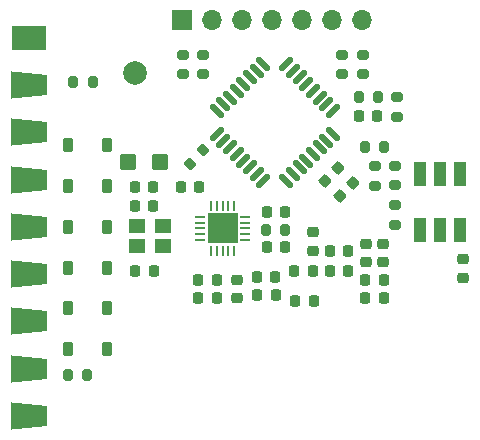
<source format=gbr>
%TF.GenerationSoftware,KiCad,Pcbnew,8.0.4-8.0.4-0~ubuntu22.04.1*%
%TF.CreationDate,2024-08-24T01:42:33-03:00*%
%TF.ProjectId,Anteres-Receiver,416e7465-7265-4732-9d52-656365697665,1.0.1*%
%TF.SameCoordinates,Original*%
%TF.FileFunction,Soldermask,Top*%
%TF.FilePolarity,Negative*%
%FSLAX46Y46*%
G04 Gerber Fmt 4.6, Leading zero omitted, Abs format (unit mm)*
G04 Created by KiCad (PCBNEW 8.0.4-8.0.4-0~ubuntu22.04.1) date 2024-08-24 01:42:33*
%MOMM*%
%LPD*%
G01*
G04 APERTURE LIST*
G04 Aperture macros list*
%AMRoundRect*
0 Rectangle with rounded corners*
0 $1 Rounding radius*
0 $2 $3 $4 $5 $6 $7 $8 $9 X,Y pos of 4 corners*
0 Add a 4 corners polygon primitive as box body*
4,1,4,$2,$3,$4,$5,$6,$7,$8,$9,$2,$3,0*
0 Add four circle primitives for the rounded corners*
1,1,$1+$1,$2,$3*
1,1,$1+$1,$4,$5*
1,1,$1+$1,$6,$7*
1,1,$1+$1,$8,$9*
0 Add four rect primitives between the rounded corners*
20,1,$1+$1,$2,$3,$4,$5,0*
20,1,$1+$1,$4,$5,$6,$7,0*
20,1,$1+$1,$6,$7,$8,$9,0*
20,1,$1+$1,$8,$9,$2,$3,0*%
%AMOutline4P*
0 Free polygon, 4 corners , with rotation*
0 The origin of the aperture is its center*
0 number of corners: always 4*
0 $1 to $8 corner X, Y*
0 $9 Rotation angle, in degrees counterclockwise*
0 create outline with 4 corners*
4,1,4,$1,$2,$3,$4,$5,$6,$7,$8,$1,$2,$9*%
G04 Aperture macros list end*
%ADD10RoundRect,0.200000X0.053033X-0.335876X0.335876X-0.053033X-0.053033X0.335876X-0.335876X0.053033X0*%
%ADD11RoundRect,0.062500X-0.062500X0.350000X-0.062500X-0.350000X0.062500X-0.350000X0.062500X0.350000X0*%
%ADD12RoundRect,0.062500X-0.350000X0.062500X-0.350000X-0.062500X0.350000X-0.062500X0.350000X0.062500X0*%
%ADD13R,2.500000X2.500000*%
%ADD14RoundRect,0.225000X0.225000X0.250000X-0.225000X0.250000X-0.225000X-0.250000X0.225000X-0.250000X0*%
%ADD15RoundRect,0.225000X-0.225000X-0.375000X0.225000X-0.375000X0.225000X0.375000X-0.225000X0.375000X0*%
%ADD16RoundRect,0.200000X-0.200000X-0.275000X0.200000X-0.275000X0.200000X0.275000X-0.200000X0.275000X0*%
%ADD17RoundRect,0.218750X-0.256250X0.218750X-0.256250X-0.218750X0.256250X-0.218750X0.256250X0.218750X0*%
%ADD18RoundRect,0.218750X-0.218750X-0.256250X0.218750X-0.256250X0.218750X0.256250X-0.218750X0.256250X0*%
%ADD19RoundRect,0.225000X-0.250000X0.225000X-0.250000X-0.225000X0.250000X-0.225000X0.250000X0.225000X0*%
%ADD20RoundRect,0.200000X-0.275000X0.200000X-0.275000X-0.200000X0.275000X-0.200000X0.275000X0.200000X0*%
%ADD21R,3.000000X2.000000*%
%ADD22Outline4P,-1.500000X-1.150000X1.500000X-0.850000X1.500000X0.850000X-1.500000X1.150000X0.000000*%
%ADD23RoundRect,0.225000X-0.225000X-0.250000X0.225000X-0.250000X0.225000X0.250000X-0.225000X0.250000X0*%
%ADD24RoundRect,0.200000X0.275000X-0.200000X0.275000X0.200000X-0.275000X0.200000X-0.275000X-0.200000X0*%
%ADD25RoundRect,0.218750X0.218750X0.256250X-0.218750X0.256250X-0.218750X-0.256250X0.218750X-0.256250X0*%
%ADD26R,1.400000X1.200000*%
%ADD27R,1.700000X1.700000*%
%ADD28O,1.700000X1.700000*%
%ADD29RoundRect,0.200000X0.200000X0.275000X-0.200000X0.275000X-0.200000X-0.275000X0.200000X-0.275000X0*%
%ADD30RoundRect,0.225000X0.250000X-0.225000X0.250000X0.225000X-0.250000X0.225000X-0.250000X-0.225000X0*%
%ADD31RoundRect,0.225000X0.017678X-0.335876X0.335876X-0.017678X-0.017678X0.335876X-0.335876X0.017678X0*%
%ADD32C,2.000000*%
%ADD33R,1.100000X2.000000*%
%ADD34RoundRect,0.218750X0.256250X-0.218750X0.256250X0.218750X-0.256250X0.218750X-0.256250X-0.218750X0*%
%ADD35RoundRect,0.250000X-0.450000X-0.425000X0.450000X-0.425000X0.450000X0.425000X-0.450000X0.425000X0*%
%ADD36RoundRect,0.125000X0.530330X-0.353553X-0.353553X0.530330X-0.530330X0.353553X0.353553X-0.530330X0*%
%ADD37RoundRect,0.125000X0.530330X0.353553X0.353553X0.530330X-0.530330X-0.353553X-0.353553X-0.530330X0*%
G04 APERTURE END LIST*
D10*
%TO.C,R201*%
X155833274Y-94666726D03*
X157000000Y-93500000D03*
%TD*%
D11*
%TO.C,U401*%
X159625000Y-98187500D03*
X159125000Y-98187500D03*
X158625000Y-98187501D03*
X158125000Y-98187500D03*
X157625000Y-98187500D03*
D12*
X156687500Y-99125000D03*
X156687500Y-99625000D03*
X156687501Y-100125000D03*
X156687500Y-100625000D03*
X156687500Y-101125000D03*
D11*
X157625000Y-102062500D03*
X158125000Y-102062500D03*
X158625000Y-102062499D03*
X159125000Y-102062500D03*
X159625000Y-102062500D03*
D12*
X160562500Y-101125000D03*
X160562500Y-100625000D03*
X160562499Y-100125000D03*
X160562500Y-99625000D03*
X160562500Y-99125000D03*
D13*
X158625000Y-100125000D03*
%TD*%
D14*
%TO.C,C409*%
X166349301Y-106228643D03*
X164799301Y-106228643D03*
%TD*%
D15*
%TO.C,D303*%
X145500000Y-103450000D03*
X148800000Y-103450000D03*
%TD*%
%TO.C,D304*%
X145500000Y-100000000D03*
X148800000Y-100000000D03*
%TD*%
D16*
%TO.C,R301*%
X145500000Y-112500000D03*
X147150000Y-112500000D03*
%TD*%
D17*
%TO.C,L406*%
X170750000Y-101424998D03*
X170750000Y-103000000D03*
%TD*%
D18*
%TO.C,L407*%
X170712499Y-106000000D03*
X172287501Y-106000000D03*
%TD*%
D19*
%TO.C,C414*%
X172250000Y-101437499D03*
X172250000Y-102987499D03*
%TD*%
D15*
%TO.C,D302*%
X145500000Y-106900000D03*
X148800000Y-106900000D03*
%TD*%
%TO.C,D305*%
X145500000Y-96550000D03*
X148800000Y-96550000D03*
%TD*%
D20*
%TO.C,R204*%
X171500000Y-94850000D03*
X171500000Y-96500000D03*
%TD*%
D21*
%TO.C,J301*%
X142250000Y-84000000D03*
D22*
X142250000Y-88000000D03*
X142250000Y-92000000D03*
X142250000Y-96000000D03*
X142250000Y-100000000D03*
X142250000Y-104000000D03*
X142250000Y-108000000D03*
X142250000Y-112000000D03*
X142250000Y-116000000D03*
%TD*%
D16*
%TO.C,R302*%
X146000000Y-87750000D03*
X147650000Y-87750000D03*
%TD*%
D23*
%TO.C,C405*%
X162350000Y-98728643D03*
X163900000Y-98728643D03*
%TD*%
%TO.C,C204*%
X170175000Y-90600000D03*
X171725000Y-90600000D03*
%TD*%
D24*
%TO.C,R505*%
X170500000Y-87075000D03*
X170500000Y-85425000D03*
%TD*%
D23*
%TO.C,C412*%
X161549301Y-104203643D03*
X163099301Y-104203643D03*
%TD*%
D15*
%TO.C,D306*%
X145500000Y-93100000D03*
X148800000Y-93100000D03*
%TD*%
D25*
%TO.C,L403*%
X166287501Y-103728643D03*
X164712499Y-103728643D03*
%TD*%
D26*
%TO.C,Y401*%
X153600000Y-99900000D03*
X151400000Y-99900000D03*
X151400000Y-101600000D03*
X153600000Y-101600000D03*
%TD*%
D27*
%TO.C,J501*%
X155210000Y-82500000D03*
D28*
X157750000Y-82500000D03*
X160289999Y-82500000D03*
X162830000Y-82500000D03*
X165370000Y-82500000D03*
X167910000Y-82500000D03*
X170450000Y-82500000D03*
%TD*%
D23*
%TO.C,C404*%
X162350000Y-101728643D03*
X163900000Y-101728643D03*
%TD*%
D24*
%TO.C,R205*%
X173250000Y-99825000D03*
X173250000Y-98175000D03*
%TD*%
D29*
%TO.C,R503*%
X172325000Y-93250000D03*
X170675000Y-93250000D03*
%TD*%
D20*
%TO.C,R203*%
X173250000Y-94825000D03*
X173250000Y-96475000D03*
%TD*%
D23*
%TO.C,C415*%
X170725000Y-104462499D03*
X172275000Y-104462499D03*
%TD*%
D18*
%TO.C,L405*%
X167712500Y-103750000D03*
X169287500Y-103750000D03*
%TD*%
D30*
%TO.C,C411*%
X166250000Y-102003643D03*
X166250000Y-100453643D03*
%TD*%
D15*
%TO.C,D301*%
X145500000Y-110350000D03*
X148800000Y-110350000D03*
%TD*%
D31*
%TO.C,C202*%
X168550699Y-97396357D03*
X169646715Y-96300341D03*
%TD*%
D32*
%TO.C,TP201*%
X151250000Y-87000000D03*
%TD*%
D24*
%TO.C,R502*%
X157000000Y-87075000D03*
X157000000Y-85425000D03*
%TD*%
D31*
%TO.C,C203*%
X167300699Y-96146357D03*
X168396715Y-95050341D03*
%TD*%
D16*
%TO.C,R202*%
X170175000Y-89000000D03*
X171825000Y-89000000D03*
%TD*%
D14*
%TO.C,C401*%
X152775000Y-98250000D03*
X151225000Y-98250000D03*
%TD*%
D33*
%TO.C,D201*%
X178700000Y-95500000D03*
X177000000Y-95500000D03*
X175300000Y-95500000D03*
X175300000Y-100300000D03*
X177000000Y-100300000D03*
X178700000Y-100300000D03*
%TD*%
D18*
%TO.C,L402*%
X156536800Y-104478643D03*
X158111802Y-104478643D03*
%TD*%
D30*
%TO.C,C410*%
X159824301Y-106003643D03*
X159824301Y-104453643D03*
%TD*%
D24*
%TO.C,R504*%
X168750000Y-87075000D03*
X168750000Y-85425000D03*
%TD*%
D18*
%TO.C,L404*%
X161536801Y-105728643D03*
X163111801Y-105728643D03*
%TD*%
D24*
%TO.C,R501*%
X155250000Y-87075000D03*
X155250000Y-85425000D03*
%TD*%
%TO.C,R206*%
X173400000Y-90650000D03*
X173400000Y-89000000D03*
%TD*%
D23*
%TO.C,C402*%
X151250000Y-103750000D03*
X152800000Y-103750000D03*
%TD*%
D14*
%TO.C,C406*%
X152775000Y-96625000D03*
X151225000Y-96625000D03*
%TD*%
D34*
%TO.C,D202*%
X179000000Y-104325002D03*
X179000000Y-102750000D03*
%TD*%
D14*
%TO.C,C413*%
X169275000Y-102000000D03*
X167725000Y-102000000D03*
%TD*%
D18*
%TO.C,L401*%
X156536800Y-105978643D03*
X158111802Y-105978643D03*
%TD*%
D35*
%TO.C,C201*%
X150650000Y-94500000D03*
X153350000Y-94500000D03*
%TD*%
D36*
%TO.C,U201*%
X164022971Y-96078427D03*
X164588656Y-95512741D03*
X165154342Y-94947056D03*
X165720027Y-94381371D03*
X166285713Y-93815685D03*
X166851398Y-93250000D03*
X167417083Y-92684314D03*
X167982769Y-92118629D03*
D37*
X167982769Y-90174085D03*
X167417083Y-89608400D03*
X166851398Y-89042714D03*
X166285713Y-88477029D03*
X165720027Y-87911343D03*
X165154342Y-87345658D03*
X164588656Y-86779973D03*
X164022971Y-86214287D03*
D36*
X162078427Y-86214287D03*
X161512742Y-86779973D03*
X160947056Y-87345658D03*
X160381371Y-87911343D03*
X159815685Y-88477029D03*
X159250000Y-89042714D03*
X158684315Y-89608400D03*
X158118629Y-90174085D03*
D37*
X158118629Y-92118629D03*
X158684315Y-92684314D03*
X159250000Y-93250000D03*
X159815685Y-93815685D03*
X160381371Y-94381371D03*
X160947056Y-94947056D03*
X161512742Y-95512741D03*
X162078427Y-96078427D03*
%TD*%
D16*
%TO.C,R401*%
X162300000Y-100228643D03*
X163950000Y-100228643D03*
%TD*%
D14*
%TO.C,C403*%
X156625000Y-96625000D03*
X155075000Y-96625000D03*
%TD*%
M02*

</source>
